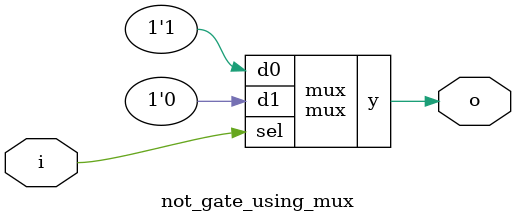
<source format=sv>

module mux
(
  input  d0, d1,
  input  sel,
  output y
);

  assign y = sel ? d1 : d0;

endmodule

//----------------------------------------------------------------------------
// Task
//----------------------------------------------------------------------------

module not_gate_using_mux
(
    input  i,
    output o
);

  localparam logic ch1 = 1'b1;
  localparam logic ch2 = 1'b0;
  
  mux mux(.d0(ch1), .d1(ch2), .sel(i), .y(o));

endmodule

</source>
